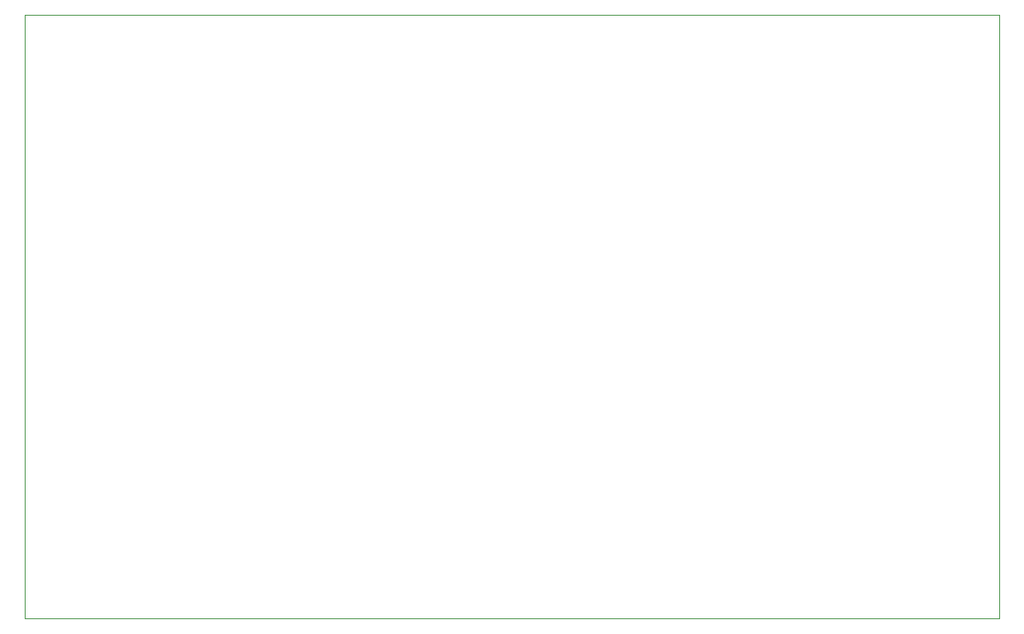
<source format=gm1>
G04 #@! TF.GenerationSoftware,KiCad,Pcbnew,9.0.3-9.0.3-0~ubuntu24.04.1*
G04 #@! TF.CreationDate,2025-08-16T17:29:33+02:00*
G04 #@! TF.ProjectId,acoustic-piezodriver-board,61636f75-7374-4696-932d-7069657a6f64,rev?*
G04 #@! TF.SameCoordinates,Original*
G04 #@! TF.FileFunction,Profile,NP*
%FSLAX46Y46*%
G04 Gerber Fmt 4.6, Leading zero omitted, Abs format (unit mm)*
G04 Created by KiCad (PCBNEW 9.0.3-9.0.3-0~ubuntu24.04.1) date 2025-08-16 17:29:33*
%MOMM*%
%LPD*%
G01*
G04 APERTURE LIST*
G04 #@! TA.AperFunction,Profile*
%ADD10C,0.050000*%
G04 #@! TD*
G04 APERTURE END LIST*
D10*
X44000000Y-80000000D02*
X144000000Y-80000000D01*
X144000000Y-142000000D01*
X44000000Y-142000000D01*
X44000000Y-80000000D01*
M02*

</source>
